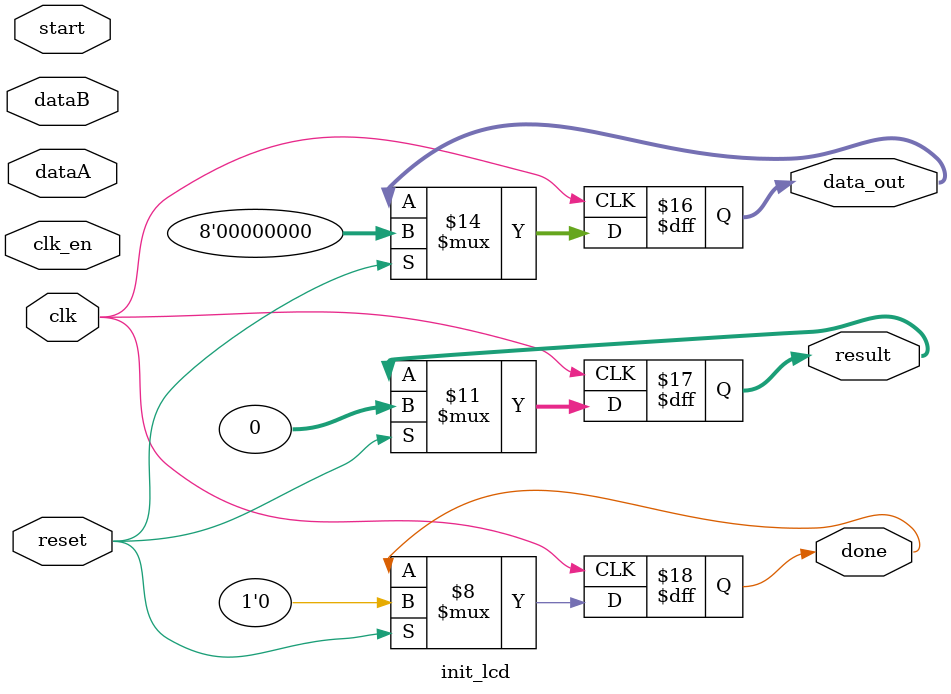
<source format=v>
module init_lcd (dataA, dataB, result,clk, clk_en, reset, start, done, data_out);

	input clk, clk_en, reset, start;
	input [31:0] dataA, dataB;
 
	output reg [7:0] data_out;
	
	output reg [31:0] result;

	output reg done;

	reg operation_select; 

	parameter A = 8'b00000000, 
			  T = 8'b00000000, 
			  C = 8'b00000000,
			  W = 8'b00000000,
			  J = 8'b00000000,
			  P = 8'b00000000,
			  U = 8'b00000000,
			  R = 8'b00000000,
			  I = 8'b00000000,
			  S = 8'b00000000,
			  E = 8'b00000000,
			  N = 8'b00000000,
			  D = 8'b00000000,
			  plus  = 8'b00000000,
			  minus = 8'b00000000,
			  equal = 8'b00000000,
			  bar   = 8'b00000000;
			  
	always @ (posedge clk) begin

		if (reset) begin
			result <= 32'd0;
			data_out <= 8'b0;
			done <= 1'b0;
		end
		
		else begin

			if(clk_en) begin
				operation_select <= dataA[0];

				if (operation_select) begin
					

				end

				else begin


				end
			end

		end

	end

endmodule
</source>
